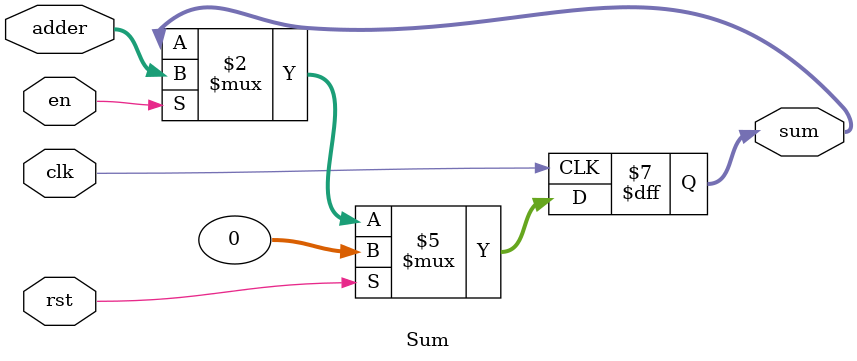
<source format=v>
`timescale 1ns / 1ps
module Sum(
    input rst,
	 input clk,
	 input en,
	 input [31:0] adder,
	 output reg [31:0] sum
	 );
	 
	 always @ (posedge clk) begin
		if (rst) sum <= 0;
		else begin
			if (en) begin
				sum <= adder;
			end
		end
	 end


endmodule

</source>
